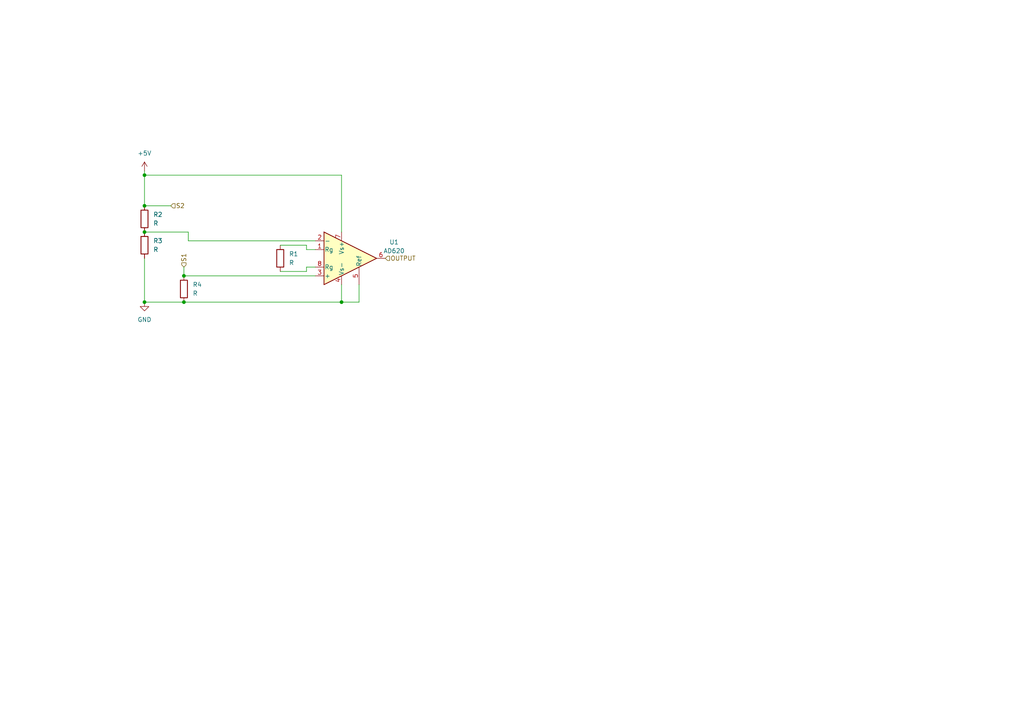
<source format=kicad_sch>
(kicad_sch (version 20211123) (generator eeschema)
  (paper "A4")
  (lib_symbols
    (symbol "Amplifier_Instrumentation:AD620" (pin_names (offset 0.127))
      (property "Reference" "U" (at 3.81 7.62 0))
      (property "Value" "AD620" (at 5.08 5.08 0))
      (symbol "AD620_0_1"
        (polyline (pts (xy -7.62 7.62) (xy -7.62 -7.62) (xy 7.62 0) (xy -7.62 7.62)) (stroke (width 0.254)) (fill (type background)))
      )
      (symbol "AD620_1_1"
        (pin passive line (at -10.16 2.54 0) (length 2.54) (name "Rg") (number "1"))
        (pin input line (at -10.16 5.08 0) (length 2.54) (name "-") (number "2"))
        (pin input line (at -10.16 -5.08 0) (length 2.54) (name "+") (number "3"))
        (pin power_in line (at -2.54 -7.62 90) (length 2.54) (name "Vs-") (number "4"))
        (pin passive line (at 2.54 -7.62 90) (length 5.08) (name "Ref") (number "5"))
        (pin output line (at 10.16 0 180) (length 2.54) (name "~") (number "6"))
        (pin power_in line (at -2.54 7.62 270) (length 2.54) (name "Vs+") (number "7"))
        (pin passive line (at -10.16 -2.54 0) (length 2.54) (name "Rg") (number "8"))
      )
    )
    (symbol "Device:R" (pin_numbers hide) (pin_names (offset 0))
      (property "Reference" "R" (at 2.032 0 90))
      (property "Value" "R" (at 0 0 90))
      (symbol "R_0_1"
        (rectangle (start -1.016 -2.54) (end 1.016 2.54) (stroke (width 0.254)))
      )
      (symbol "R_1_1"
        (pin passive line (at 0 3.81 270) (length 1.27) (name "~") (number "1"))
        (pin passive line (at 0 -3.81 90) (length 1.27) (name "~") (number "2"))
      )
    )
    (symbol "power:+5V" (power) (pin_names (offset 0))
      (property "Value" "+5V" (at 0 3.556 0))
      (symbol "+5V_0_1"
        (polyline (pts (xy -0.762 1.27) (xy 0 2.54)))
        (polyline (pts (xy 0 0) (xy 0 2.54)))
        (polyline (pts (xy 0 2.54) (xy 0.762 1.27)))
      )
      (symbol "+5V_1_1"
        (pin power_in line (at 0 0 90) (length 0) hide (name "+5V") (number "1"))
      )
    )
    (symbol "power:GND" (power) (pin_names (offset 0))
      (property "Value" "GND" (at 0 -3.81 0))
      (symbol "GND_0_1"
        (polyline (pts (xy 0 0) (xy 0 -1.27) (xy 1.27 -1.27) (xy 0 -2.54) (xy -1.27 -1.27) (xy 0 -1.27)))
      )
      (symbol "GND_1_1"
        (pin power_in line (at 0 0 270) (length 0) hide (name "GND") (number "1"))
      )
    )
  )
  (junction (at 41.91 67.31))
  (junction (at 41.91 50.8))
  (junction (at 53.34 87.63))
  (junction (at 53.34 80.01))
  (junction (at 41.91 87.63))
  (junction (at 41.91 59.69))
  (junction (at 99.06 87.63))
  (wire (pts (xy 99.06 82.55) (xy 99.06 87.63)))
  (wire (pts (xy 81.28 71.12) (xy 88.9 71.12)))
  (wire (pts (xy 41.91 50.8) (xy 41.91 59.69)))
  (wire (pts (xy 88.9 78.74) (xy 81.28 78.74)))
  (wire (pts (xy 54.61 67.31) (xy 41.91 67.31)))
  (wire (pts (xy 88.9 71.12) (xy 88.9 72.39)))
  (wire (pts (xy 41.91 59.69) (xy 49.53 59.69)))
  (wire (pts (xy 88.9 77.47) (xy 88.9 78.74)))
  (wire (pts (xy 99.06 50.8) (xy 41.91 50.8)))
  (wire (pts (xy 104.14 87.63) (xy 99.06 87.63)))
  (wire (pts (xy 99.06 67.31) (xy 99.06 50.8)))
  (wire (pts (xy 91.44 69.85) (xy 54.61 69.85)))
  (wire (pts (xy 53.34 87.63) (xy 99.06 87.63)))
  (wire (pts (xy 88.9 72.39) (xy 91.44 72.39)))
  (wire (pts (xy 53.34 80.01) (xy 91.44 80.01)))
  (wire (pts (xy 53.34 77.47) (xy 53.34 80.01)))
  (wire (pts (xy 41.91 74.93) (xy 41.91 87.63)))
  (wire (pts (xy 54.61 69.85) (xy 54.61 67.31)))
  (wire (pts (xy 104.14 82.55) (xy 104.14 87.63)))
  (wire (pts (xy 41.91 49.53) (xy 41.91 50.8)))
  (wire (pts (xy 41.91 87.63) (xy 53.34 87.63)))
  (wire (pts (xy 91.44 77.47) (xy 88.9 77.47)))
  (hierarchical_label "S1" (shape input) (at 53.34 77.47 90))
  (hierarchical_label "S2" (shape input) (at 49.53 59.69 0))
  (hierarchical_label "OUTPUT" (shape input) (at 111.76 74.93 0))
  (symbol (lib_id "Device:R") (at 41.91 63.5 180) (unit 1)
    (property "Reference" "R2" (at 44.45 62.2299 0) (effects (justify right)))
    (property "Value" "R" (at 44.45 64.7699 0) (effects (justify right)))
    (property "Footprint" "Resistor_SMD:R_0603_1608Metric" (effects hide))
  )
  (symbol (lib_id "power:GND") (at 41.91 87.63 0) (unit 1)
    (property "Reference" "#PWR?" (effects hide))
    (property "Value" "GND" (at 41.91 92.71 0))
  )
  (symbol (lib_id "power:+5V") (at 41.91 49.53 0) (unit 1)
    (property "Reference" "#PWR?" (effects hide))
    (property "Value" "+5V" (at 41.91 44.45 0))
  )
  (symbol (lib_id "Device:R") (at 81.28 74.93 0) (unit 1)
    (property "Reference" "R1" (at 83.82 73.6599 0) (effects (justify left)))
    (property "Value" "R" (at 83.82 76.1999 0) (effects (justify left)))
    (property "Footprint" "Resistor_SMD:R_0603_1608Metric" (effects hide))
  )
  (symbol (lib_id "Device:R") (at 41.91 71.12 180) (unit 1)
    (property "Reference" "R3" (at 44.45 69.8499 0) (effects (justify right)))
    (property "Value" "R" (at 44.45 72.3899 0) (effects (justify right)))
    (property "Footprint" "Resistor_SMD:R_0603_1608Metric" (effects hide))
  )
  (symbol (lib_id "Device:R") (at 53.34 83.82 180) (unit 1)
    (property "Reference" "R4" (at 55.88 82.5499 0) (effects (justify right)))
    (property "Value" "R" (at 55.88 85.0899 0) (effects (justify right)))
    (property "Footprint" "Resistor_SMD:R_0603_1608Metric" (effects hide))
  )
  (symbol (lib_id "Amplifier_Instrumentation:AD620") (at 101.6 74.93 0) (unit 1)
    (property "Reference" "U1" (at 114.3 70.231 0))
    (property "Value" "AD620" (at 114.3 72.771 0))
    (property "Datasheet" "https://www.analog.com/media/en/technical-documentation/data-sheets/AD620.pdf" (effects hide))
  )
)
</source>
